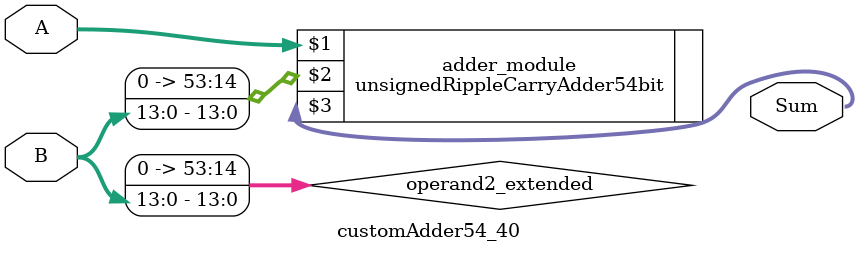
<source format=v>
module customAdder54_40(
                        input [53 : 0] A,
                        input [13 : 0] B,
                        
                        output [54 : 0] Sum
                );

        wire [53 : 0] operand2_extended;
        
        assign operand2_extended =  {40'b0, B};
        
        unsignedRippleCarryAdder54bit adder_module(
            A,
            operand2_extended,
            Sum
        );
        
        endmodule
        
</source>
